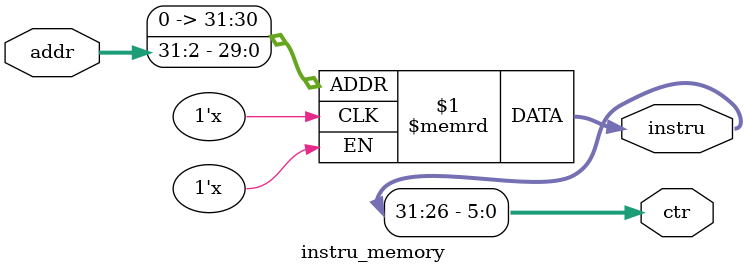
<source format=v>
`timescale 1ns / 1ps

module instru_memory(
  // input clk,
  input [31:0] addr,
  output [5:0] ctr, // [31-26]
  // output reg [4:0] read1, // [25-21]
  // output reg [4:0] read2, // [20-16]
  // output reg [4:0] write, // [15-11]
  output [31:0] instru // [31-0]
  // output [15:0] num // [15-0]
);

  parameter SIZE_IM = 128; // size of this memory, by default 128*32
  reg [31:0] mem [SIZE_IM-1:0]; // instruction memory

  // FIXME: initially read the text file

  assign instru = mem[addr >> 2]; // FIXME: the interval of mem
  assign ctr = instru[31:26];
  // assign num = instru[15:0];

endmodule

</source>
